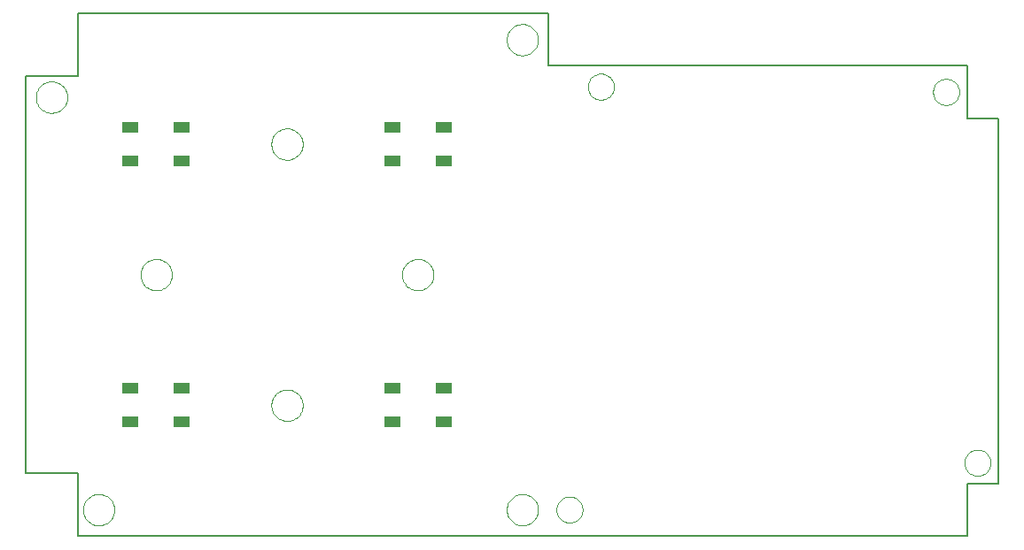
<source format=gtp>
G75*
%MOIN*%
%OFA0B0*%
%FSLAX24Y24*%
%IPPOS*%
%LPD*%
%AMOC8*
5,1,8,0,0,1.08239X$1,22.5*
%
%ADD10C,0.0000*%
%ADD11C,0.0080*%
%ADD12R,0.0591X0.0394*%
D10*
X002665Y001484D02*
X002667Y001532D01*
X002673Y001580D01*
X002683Y001627D01*
X002696Y001673D01*
X002714Y001718D01*
X002734Y001762D01*
X002759Y001804D01*
X002787Y001843D01*
X002817Y001880D01*
X002851Y001914D01*
X002888Y001946D01*
X002926Y001975D01*
X002967Y002000D01*
X003010Y002022D01*
X003055Y002040D01*
X003101Y002054D01*
X003148Y002065D01*
X003196Y002072D01*
X003244Y002075D01*
X003292Y002074D01*
X003340Y002069D01*
X003388Y002060D01*
X003434Y002048D01*
X003479Y002031D01*
X003523Y002011D01*
X003565Y001988D01*
X003605Y001961D01*
X003643Y001931D01*
X003678Y001898D01*
X003710Y001862D01*
X003740Y001824D01*
X003766Y001783D01*
X003788Y001740D01*
X003808Y001696D01*
X003823Y001651D01*
X003835Y001604D01*
X003843Y001556D01*
X003847Y001508D01*
X003847Y001460D01*
X003843Y001412D01*
X003835Y001364D01*
X003823Y001317D01*
X003808Y001272D01*
X003788Y001228D01*
X003766Y001185D01*
X003740Y001144D01*
X003710Y001106D01*
X003678Y001070D01*
X003643Y001037D01*
X003605Y001007D01*
X003565Y000980D01*
X003523Y000957D01*
X003479Y000937D01*
X003434Y000920D01*
X003388Y000908D01*
X003340Y000899D01*
X003292Y000894D01*
X003244Y000893D01*
X003196Y000896D01*
X003148Y000903D01*
X003101Y000914D01*
X003055Y000928D01*
X003010Y000946D01*
X002967Y000968D01*
X002926Y000993D01*
X002888Y001022D01*
X002851Y001054D01*
X002817Y001088D01*
X002787Y001125D01*
X002759Y001164D01*
X002734Y001206D01*
X002714Y001250D01*
X002696Y001295D01*
X002683Y001341D01*
X002673Y001388D01*
X002667Y001436D01*
X002665Y001484D01*
X009752Y005421D02*
X009754Y005469D01*
X009760Y005517D01*
X009770Y005564D01*
X009783Y005610D01*
X009801Y005655D01*
X009821Y005699D01*
X009846Y005741D01*
X009874Y005780D01*
X009904Y005817D01*
X009938Y005851D01*
X009975Y005883D01*
X010013Y005912D01*
X010054Y005937D01*
X010097Y005959D01*
X010142Y005977D01*
X010188Y005991D01*
X010235Y006002D01*
X010283Y006009D01*
X010331Y006012D01*
X010379Y006011D01*
X010427Y006006D01*
X010475Y005997D01*
X010521Y005985D01*
X010566Y005968D01*
X010610Y005948D01*
X010652Y005925D01*
X010692Y005898D01*
X010730Y005868D01*
X010765Y005835D01*
X010797Y005799D01*
X010827Y005761D01*
X010853Y005720D01*
X010875Y005677D01*
X010895Y005633D01*
X010910Y005588D01*
X010922Y005541D01*
X010930Y005493D01*
X010934Y005445D01*
X010934Y005397D01*
X010930Y005349D01*
X010922Y005301D01*
X010910Y005254D01*
X010895Y005209D01*
X010875Y005165D01*
X010853Y005122D01*
X010827Y005081D01*
X010797Y005043D01*
X010765Y005007D01*
X010730Y004974D01*
X010692Y004944D01*
X010652Y004917D01*
X010610Y004894D01*
X010566Y004874D01*
X010521Y004857D01*
X010475Y004845D01*
X010427Y004836D01*
X010379Y004831D01*
X010331Y004830D01*
X010283Y004833D01*
X010235Y004840D01*
X010188Y004851D01*
X010142Y004865D01*
X010097Y004883D01*
X010054Y004905D01*
X010013Y004930D01*
X009975Y004959D01*
X009938Y004991D01*
X009904Y005025D01*
X009874Y005062D01*
X009846Y005101D01*
X009821Y005143D01*
X009801Y005187D01*
X009783Y005232D01*
X009770Y005278D01*
X009760Y005325D01*
X009754Y005373D01*
X009752Y005421D01*
X004830Y010343D02*
X004832Y010391D01*
X004838Y010439D01*
X004848Y010486D01*
X004861Y010532D01*
X004879Y010577D01*
X004899Y010621D01*
X004924Y010663D01*
X004952Y010702D01*
X004982Y010739D01*
X005016Y010773D01*
X005053Y010805D01*
X005091Y010834D01*
X005132Y010859D01*
X005175Y010881D01*
X005220Y010899D01*
X005266Y010913D01*
X005313Y010924D01*
X005361Y010931D01*
X005409Y010934D01*
X005457Y010933D01*
X005505Y010928D01*
X005553Y010919D01*
X005599Y010907D01*
X005644Y010890D01*
X005688Y010870D01*
X005730Y010847D01*
X005770Y010820D01*
X005808Y010790D01*
X005843Y010757D01*
X005875Y010721D01*
X005905Y010683D01*
X005931Y010642D01*
X005953Y010599D01*
X005973Y010555D01*
X005988Y010510D01*
X006000Y010463D01*
X006008Y010415D01*
X006012Y010367D01*
X006012Y010319D01*
X006008Y010271D01*
X006000Y010223D01*
X005988Y010176D01*
X005973Y010131D01*
X005953Y010087D01*
X005931Y010044D01*
X005905Y010003D01*
X005875Y009965D01*
X005843Y009929D01*
X005808Y009896D01*
X005770Y009866D01*
X005730Y009839D01*
X005688Y009816D01*
X005644Y009796D01*
X005599Y009779D01*
X005553Y009767D01*
X005505Y009758D01*
X005457Y009753D01*
X005409Y009752D01*
X005361Y009755D01*
X005313Y009762D01*
X005266Y009773D01*
X005220Y009787D01*
X005175Y009805D01*
X005132Y009827D01*
X005091Y009852D01*
X005053Y009881D01*
X005016Y009913D01*
X004982Y009947D01*
X004952Y009984D01*
X004924Y010023D01*
X004899Y010065D01*
X004879Y010109D01*
X004861Y010154D01*
X004848Y010200D01*
X004838Y010247D01*
X004832Y010295D01*
X004830Y010343D01*
X009752Y015264D02*
X009754Y015312D01*
X009760Y015360D01*
X009770Y015407D01*
X009783Y015453D01*
X009801Y015498D01*
X009821Y015542D01*
X009846Y015584D01*
X009874Y015623D01*
X009904Y015660D01*
X009938Y015694D01*
X009975Y015726D01*
X010013Y015755D01*
X010054Y015780D01*
X010097Y015802D01*
X010142Y015820D01*
X010188Y015834D01*
X010235Y015845D01*
X010283Y015852D01*
X010331Y015855D01*
X010379Y015854D01*
X010427Y015849D01*
X010475Y015840D01*
X010521Y015828D01*
X010566Y015811D01*
X010610Y015791D01*
X010652Y015768D01*
X010692Y015741D01*
X010730Y015711D01*
X010765Y015678D01*
X010797Y015642D01*
X010827Y015604D01*
X010853Y015563D01*
X010875Y015520D01*
X010895Y015476D01*
X010910Y015431D01*
X010922Y015384D01*
X010930Y015336D01*
X010934Y015288D01*
X010934Y015240D01*
X010930Y015192D01*
X010922Y015144D01*
X010910Y015097D01*
X010895Y015052D01*
X010875Y015008D01*
X010853Y014965D01*
X010827Y014924D01*
X010797Y014886D01*
X010765Y014850D01*
X010730Y014817D01*
X010692Y014787D01*
X010652Y014760D01*
X010610Y014737D01*
X010566Y014717D01*
X010521Y014700D01*
X010475Y014688D01*
X010427Y014679D01*
X010379Y014674D01*
X010331Y014673D01*
X010283Y014676D01*
X010235Y014683D01*
X010188Y014694D01*
X010142Y014708D01*
X010097Y014726D01*
X010054Y014748D01*
X010013Y014773D01*
X009975Y014802D01*
X009938Y014834D01*
X009904Y014868D01*
X009874Y014905D01*
X009846Y014944D01*
X009821Y014986D01*
X009801Y015030D01*
X009783Y015075D01*
X009770Y015121D01*
X009760Y015168D01*
X009754Y015216D01*
X009752Y015264D01*
X000893Y017035D02*
X000895Y017083D01*
X000901Y017131D01*
X000911Y017178D01*
X000924Y017224D01*
X000942Y017269D01*
X000962Y017313D01*
X000987Y017355D01*
X001015Y017394D01*
X001045Y017431D01*
X001079Y017465D01*
X001116Y017497D01*
X001154Y017526D01*
X001195Y017551D01*
X001238Y017573D01*
X001283Y017591D01*
X001329Y017605D01*
X001376Y017616D01*
X001424Y017623D01*
X001472Y017626D01*
X001520Y017625D01*
X001568Y017620D01*
X001616Y017611D01*
X001662Y017599D01*
X001707Y017582D01*
X001751Y017562D01*
X001793Y017539D01*
X001833Y017512D01*
X001871Y017482D01*
X001906Y017449D01*
X001938Y017413D01*
X001968Y017375D01*
X001994Y017334D01*
X002016Y017291D01*
X002036Y017247D01*
X002051Y017202D01*
X002063Y017155D01*
X002071Y017107D01*
X002075Y017059D01*
X002075Y017011D01*
X002071Y016963D01*
X002063Y016915D01*
X002051Y016868D01*
X002036Y016823D01*
X002016Y016779D01*
X001994Y016736D01*
X001968Y016695D01*
X001938Y016657D01*
X001906Y016621D01*
X001871Y016588D01*
X001833Y016558D01*
X001793Y016531D01*
X001751Y016508D01*
X001707Y016488D01*
X001662Y016471D01*
X001616Y016459D01*
X001568Y016450D01*
X001520Y016445D01*
X001472Y016444D01*
X001424Y016447D01*
X001376Y016454D01*
X001329Y016465D01*
X001283Y016479D01*
X001238Y016497D01*
X001195Y016519D01*
X001154Y016544D01*
X001116Y016573D01*
X001079Y016605D01*
X001045Y016639D01*
X001015Y016676D01*
X000987Y016715D01*
X000962Y016757D01*
X000942Y016801D01*
X000924Y016846D01*
X000911Y016892D01*
X000901Y016939D01*
X000895Y016987D01*
X000893Y017035D01*
X014673Y010343D02*
X014675Y010391D01*
X014681Y010439D01*
X014691Y010486D01*
X014704Y010532D01*
X014722Y010577D01*
X014742Y010621D01*
X014767Y010663D01*
X014795Y010702D01*
X014825Y010739D01*
X014859Y010773D01*
X014896Y010805D01*
X014934Y010834D01*
X014975Y010859D01*
X015018Y010881D01*
X015063Y010899D01*
X015109Y010913D01*
X015156Y010924D01*
X015204Y010931D01*
X015252Y010934D01*
X015300Y010933D01*
X015348Y010928D01*
X015396Y010919D01*
X015442Y010907D01*
X015487Y010890D01*
X015531Y010870D01*
X015573Y010847D01*
X015613Y010820D01*
X015651Y010790D01*
X015686Y010757D01*
X015718Y010721D01*
X015748Y010683D01*
X015774Y010642D01*
X015796Y010599D01*
X015816Y010555D01*
X015831Y010510D01*
X015843Y010463D01*
X015851Y010415D01*
X015855Y010367D01*
X015855Y010319D01*
X015851Y010271D01*
X015843Y010223D01*
X015831Y010176D01*
X015816Y010131D01*
X015796Y010087D01*
X015774Y010044D01*
X015748Y010003D01*
X015718Y009965D01*
X015686Y009929D01*
X015651Y009896D01*
X015613Y009866D01*
X015573Y009839D01*
X015531Y009816D01*
X015487Y009796D01*
X015442Y009779D01*
X015396Y009767D01*
X015348Y009758D01*
X015300Y009753D01*
X015252Y009752D01*
X015204Y009755D01*
X015156Y009762D01*
X015109Y009773D01*
X015063Y009787D01*
X015018Y009805D01*
X014975Y009827D01*
X014934Y009852D01*
X014896Y009881D01*
X014859Y009913D01*
X014825Y009947D01*
X014795Y009984D01*
X014767Y010023D01*
X014742Y010065D01*
X014722Y010109D01*
X014704Y010154D01*
X014691Y010200D01*
X014681Y010247D01*
X014675Y010295D01*
X014673Y010343D01*
X021662Y017429D02*
X021664Y017473D01*
X021670Y017517D01*
X021680Y017560D01*
X021693Y017602D01*
X021711Y017642D01*
X021732Y017681D01*
X021756Y017718D01*
X021783Y017753D01*
X021814Y017785D01*
X021847Y017814D01*
X021883Y017840D01*
X021921Y017862D01*
X021961Y017881D01*
X022002Y017897D01*
X022045Y017909D01*
X022088Y017917D01*
X022132Y017921D01*
X022176Y017921D01*
X022220Y017917D01*
X022263Y017909D01*
X022306Y017897D01*
X022347Y017881D01*
X022387Y017862D01*
X022425Y017840D01*
X022461Y017814D01*
X022494Y017785D01*
X022525Y017753D01*
X022552Y017718D01*
X022576Y017681D01*
X022597Y017642D01*
X022615Y017602D01*
X022628Y017560D01*
X022638Y017517D01*
X022644Y017473D01*
X022646Y017429D01*
X022644Y017385D01*
X022638Y017341D01*
X022628Y017298D01*
X022615Y017256D01*
X022597Y017216D01*
X022576Y017177D01*
X022552Y017140D01*
X022525Y017105D01*
X022494Y017073D01*
X022461Y017044D01*
X022425Y017018D01*
X022387Y016996D01*
X022347Y016977D01*
X022306Y016961D01*
X022263Y016949D01*
X022220Y016941D01*
X022176Y016937D01*
X022132Y016937D01*
X022088Y016941D01*
X022045Y016949D01*
X022002Y016961D01*
X021961Y016977D01*
X021921Y016996D01*
X021883Y017018D01*
X021847Y017044D01*
X021814Y017073D01*
X021783Y017105D01*
X021756Y017140D01*
X021732Y017177D01*
X021711Y017216D01*
X021693Y017256D01*
X021680Y017298D01*
X021670Y017341D01*
X021664Y017385D01*
X021662Y017429D01*
X018610Y019201D02*
X018612Y019249D01*
X018618Y019297D01*
X018628Y019344D01*
X018641Y019390D01*
X018659Y019435D01*
X018679Y019479D01*
X018704Y019521D01*
X018732Y019560D01*
X018762Y019597D01*
X018796Y019631D01*
X018833Y019663D01*
X018871Y019692D01*
X018912Y019717D01*
X018955Y019739D01*
X019000Y019757D01*
X019046Y019771D01*
X019093Y019782D01*
X019141Y019789D01*
X019189Y019792D01*
X019237Y019791D01*
X019285Y019786D01*
X019333Y019777D01*
X019379Y019765D01*
X019424Y019748D01*
X019468Y019728D01*
X019510Y019705D01*
X019550Y019678D01*
X019588Y019648D01*
X019623Y019615D01*
X019655Y019579D01*
X019685Y019541D01*
X019711Y019500D01*
X019733Y019457D01*
X019753Y019413D01*
X019768Y019368D01*
X019780Y019321D01*
X019788Y019273D01*
X019792Y019225D01*
X019792Y019177D01*
X019788Y019129D01*
X019780Y019081D01*
X019768Y019034D01*
X019753Y018989D01*
X019733Y018945D01*
X019711Y018902D01*
X019685Y018861D01*
X019655Y018823D01*
X019623Y018787D01*
X019588Y018754D01*
X019550Y018724D01*
X019510Y018697D01*
X019468Y018674D01*
X019424Y018654D01*
X019379Y018637D01*
X019333Y018625D01*
X019285Y018616D01*
X019237Y018611D01*
X019189Y018610D01*
X019141Y018613D01*
X019093Y018620D01*
X019046Y018631D01*
X019000Y018645D01*
X018955Y018663D01*
X018912Y018685D01*
X018871Y018710D01*
X018833Y018739D01*
X018796Y018771D01*
X018762Y018805D01*
X018732Y018842D01*
X018704Y018881D01*
X018679Y018923D01*
X018659Y018967D01*
X018641Y019012D01*
X018628Y019058D01*
X018618Y019105D01*
X018612Y019153D01*
X018610Y019201D01*
X034654Y017232D02*
X034656Y017276D01*
X034662Y017320D01*
X034672Y017363D01*
X034685Y017405D01*
X034703Y017445D01*
X034724Y017484D01*
X034748Y017521D01*
X034775Y017556D01*
X034806Y017588D01*
X034839Y017617D01*
X034875Y017643D01*
X034913Y017665D01*
X034953Y017684D01*
X034994Y017700D01*
X035037Y017712D01*
X035080Y017720D01*
X035124Y017724D01*
X035168Y017724D01*
X035212Y017720D01*
X035255Y017712D01*
X035298Y017700D01*
X035339Y017684D01*
X035379Y017665D01*
X035417Y017643D01*
X035453Y017617D01*
X035486Y017588D01*
X035517Y017556D01*
X035544Y017521D01*
X035568Y017484D01*
X035589Y017445D01*
X035607Y017405D01*
X035620Y017363D01*
X035630Y017320D01*
X035636Y017276D01*
X035638Y017232D01*
X035636Y017188D01*
X035630Y017144D01*
X035620Y017101D01*
X035607Y017059D01*
X035589Y017019D01*
X035568Y016980D01*
X035544Y016943D01*
X035517Y016908D01*
X035486Y016876D01*
X035453Y016847D01*
X035417Y016821D01*
X035379Y016799D01*
X035339Y016780D01*
X035298Y016764D01*
X035255Y016752D01*
X035212Y016744D01*
X035168Y016740D01*
X035124Y016740D01*
X035080Y016744D01*
X035037Y016752D01*
X034994Y016764D01*
X034953Y016780D01*
X034913Y016799D01*
X034875Y016821D01*
X034839Y016847D01*
X034806Y016876D01*
X034775Y016908D01*
X034748Y016943D01*
X034724Y016980D01*
X034703Y017019D01*
X034685Y017059D01*
X034672Y017101D01*
X034662Y017144D01*
X034656Y017188D01*
X034654Y017232D01*
X035835Y003256D02*
X035837Y003300D01*
X035843Y003344D01*
X035853Y003387D01*
X035866Y003429D01*
X035884Y003469D01*
X035905Y003508D01*
X035929Y003545D01*
X035956Y003580D01*
X035987Y003612D01*
X036020Y003641D01*
X036056Y003667D01*
X036094Y003689D01*
X036134Y003708D01*
X036175Y003724D01*
X036218Y003736D01*
X036261Y003744D01*
X036305Y003748D01*
X036349Y003748D01*
X036393Y003744D01*
X036436Y003736D01*
X036479Y003724D01*
X036520Y003708D01*
X036560Y003689D01*
X036598Y003667D01*
X036634Y003641D01*
X036667Y003612D01*
X036698Y003580D01*
X036725Y003545D01*
X036749Y003508D01*
X036770Y003469D01*
X036788Y003429D01*
X036801Y003387D01*
X036811Y003344D01*
X036817Y003300D01*
X036819Y003256D01*
X036817Y003212D01*
X036811Y003168D01*
X036801Y003125D01*
X036788Y003083D01*
X036770Y003043D01*
X036749Y003004D01*
X036725Y002967D01*
X036698Y002932D01*
X036667Y002900D01*
X036634Y002871D01*
X036598Y002845D01*
X036560Y002823D01*
X036520Y002804D01*
X036479Y002788D01*
X036436Y002776D01*
X036393Y002768D01*
X036349Y002764D01*
X036305Y002764D01*
X036261Y002768D01*
X036218Y002776D01*
X036175Y002788D01*
X036134Y002804D01*
X036094Y002823D01*
X036056Y002845D01*
X036020Y002871D01*
X035987Y002900D01*
X035956Y002932D01*
X035929Y002967D01*
X035905Y003004D01*
X035884Y003043D01*
X035866Y003083D01*
X035853Y003125D01*
X035843Y003168D01*
X035837Y003212D01*
X035835Y003256D01*
X020480Y001484D02*
X020482Y001528D01*
X020488Y001572D01*
X020498Y001615D01*
X020511Y001657D01*
X020529Y001697D01*
X020550Y001736D01*
X020574Y001773D01*
X020601Y001808D01*
X020632Y001840D01*
X020665Y001869D01*
X020701Y001895D01*
X020739Y001917D01*
X020779Y001936D01*
X020820Y001952D01*
X020863Y001964D01*
X020906Y001972D01*
X020950Y001976D01*
X020994Y001976D01*
X021038Y001972D01*
X021081Y001964D01*
X021124Y001952D01*
X021165Y001936D01*
X021205Y001917D01*
X021243Y001895D01*
X021279Y001869D01*
X021312Y001840D01*
X021343Y001808D01*
X021370Y001773D01*
X021394Y001736D01*
X021415Y001697D01*
X021433Y001657D01*
X021446Y001615D01*
X021456Y001572D01*
X021462Y001528D01*
X021464Y001484D01*
X021462Y001440D01*
X021456Y001396D01*
X021446Y001353D01*
X021433Y001311D01*
X021415Y001271D01*
X021394Y001232D01*
X021370Y001195D01*
X021343Y001160D01*
X021312Y001128D01*
X021279Y001099D01*
X021243Y001073D01*
X021205Y001051D01*
X021165Y001032D01*
X021124Y001016D01*
X021081Y001004D01*
X021038Y000996D01*
X020994Y000992D01*
X020950Y000992D01*
X020906Y000996D01*
X020863Y001004D01*
X020820Y001016D01*
X020779Y001032D01*
X020739Y001051D01*
X020701Y001073D01*
X020665Y001099D01*
X020632Y001128D01*
X020601Y001160D01*
X020574Y001195D01*
X020550Y001232D01*
X020529Y001271D01*
X020511Y001311D01*
X020498Y001353D01*
X020488Y001396D01*
X020482Y001440D01*
X020480Y001484D01*
X018610Y001484D02*
X018612Y001532D01*
X018618Y001580D01*
X018628Y001627D01*
X018641Y001673D01*
X018659Y001718D01*
X018679Y001762D01*
X018704Y001804D01*
X018732Y001843D01*
X018762Y001880D01*
X018796Y001914D01*
X018833Y001946D01*
X018871Y001975D01*
X018912Y002000D01*
X018955Y002022D01*
X019000Y002040D01*
X019046Y002054D01*
X019093Y002065D01*
X019141Y002072D01*
X019189Y002075D01*
X019237Y002074D01*
X019285Y002069D01*
X019333Y002060D01*
X019379Y002048D01*
X019424Y002031D01*
X019468Y002011D01*
X019510Y001988D01*
X019550Y001961D01*
X019588Y001931D01*
X019623Y001898D01*
X019655Y001862D01*
X019685Y001824D01*
X019711Y001783D01*
X019733Y001740D01*
X019753Y001696D01*
X019768Y001651D01*
X019780Y001604D01*
X019788Y001556D01*
X019792Y001508D01*
X019792Y001460D01*
X019788Y001412D01*
X019780Y001364D01*
X019768Y001317D01*
X019753Y001272D01*
X019733Y001228D01*
X019711Y001185D01*
X019685Y001144D01*
X019655Y001106D01*
X019623Y001070D01*
X019588Y001037D01*
X019550Y001007D01*
X019510Y000980D01*
X019468Y000957D01*
X019424Y000937D01*
X019379Y000920D01*
X019333Y000908D01*
X019285Y000899D01*
X019237Y000894D01*
X019189Y000893D01*
X019141Y000896D01*
X019093Y000903D01*
X019046Y000914D01*
X019000Y000928D01*
X018955Y000946D01*
X018912Y000968D01*
X018871Y000993D01*
X018833Y001022D01*
X018796Y001054D01*
X018762Y001088D01*
X018732Y001125D01*
X018704Y001164D01*
X018679Y001206D01*
X018659Y001250D01*
X018641Y001295D01*
X018628Y001341D01*
X018618Y001388D01*
X018612Y001436D01*
X018610Y001484D01*
D11*
X002469Y000500D02*
X002469Y002862D01*
X000500Y002862D01*
X000500Y017823D01*
X002469Y017823D01*
X002469Y020185D01*
X020185Y020185D01*
X020185Y018217D01*
X035933Y018217D01*
X035933Y016248D01*
X037114Y016248D01*
X037114Y002469D01*
X035933Y002469D01*
X035933Y000500D01*
X002469Y000500D01*
D12*
X004457Y004791D03*
X004457Y006051D03*
X006386Y006051D03*
X006386Y004791D03*
X014299Y004791D03*
X016228Y004791D03*
X016228Y006051D03*
X014299Y006051D03*
X014299Y014634D03*
X016228Y014634D03*
X016228Y015894D03*
X014299Y015894D03*
X006386Y015894D03*
X004457Y015894D03*
X004457Y014634D03*
X006386Y014634D03*
M02*

</source>
